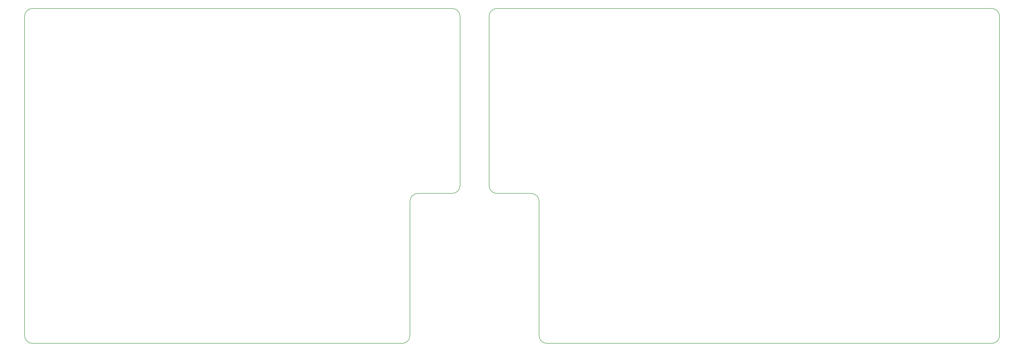
<source format=gbr>
%TF.GenerationSoftware,KiCad,Pcbnew,9.0.2*%
%TF.CreationDate,2025-05-23T00:15:25+09:00*%
%TF.ProjectId,jjongkbd,6a6a6f6e-676b-4626-942e-6b696361645f,0.1*%
%TF.SameCoordinates,Original*%
%TF.FileFunction,Profile,NP*%
%FSLAX46Y46*%
G04 Gerber Fmt 4.6, Leading zero omitted, Abs format (unit mm)*
G04 Created by KiCad (PCBNEW 9.0.2) date 2025-05-23 00:15:25*
%MOMM*%
%LPD*%
G01*
G04 APERTURE LIST*
%TA.AperFunction,Profile*%
%ADD10C,0.150000*%
%TD*%
G04 APERTURE END LIST*
D10*
X24700000Y-168000000D02*
X24700000Y-46700000D01*
X27700000Y-43700000D02*
X187000000Y-43700000D01*
X190000000Y-46700000D02*
X190000000Y-111000000D01*
X187000000Y-114000000D02*
X174000000Y-114000000D01*
X171000000Y-117000000D02*
X171000000Y-168000000D01*
X168000000Y-171000000D02*
X27700000Y-171000000D01*
X24700000Y-46700000D02*
G75*
G02*
X27700000Y-43700000I3000000J0D01*
G01*
X187000000Y-43700000D02*
G75*
G02*
X190000000Y-46700000I0J-3000000D01*
G01*
X190000000Y-111000000D02*
G75*
G02*
X187000000Y-114000000I-3000000J0D01*
G01*
X171000000Y-117000000D02*
G75*
G02*
X174000000Y-114000000I3000000J0D01*
G01*
X171000000Y-168000000D02*
G75*
G02*
X168000000Y-171000000I-3000000J0D01*
G01*
X27700000Y-171000000D02*
G75*
G02*
X24700000Y-168000000I0J3000000D01*
G01*
X204000000Y-43700000D02*
X391800000Y-43700000D01*
X394800000Y-46700000D02*
X394800000Y-168000000D01*
X391800000Y-171000000D02*
X223000000Y-171000000D01*
X220000000Y-168000000D02*
X220000000Y-117000000D01*
X217000000Y-114000000D02*
X204000000Y-114000000D01*
X201000000Y-111000000D02*
X201000000Y-46700000D01*
X391800000Y-43700000D02*
G75*
G02*
X394800000Y-46700000I0J-3000000D01*
G01*
X394800000Y-168000000D02*
G75*
G02*
X391800000Y-171000000I-3000000J0D01*
G01*
X223000000Y-171000000D02*
G75*
G02*
X220000000Y-168000000I0J3000000D01*
G01*
X217000000Y-114000000D02*
G75*
G02*
X220000000Y-117000000I0J-3000000D01*
G01*
X204000000Y-114000000D02*
G75*
G02*
X201000000Y-111000000I0J3000000D01*
G01*
X201000000Y-46700000D02*
G75*
G02*
X204000000Y-43700000I3000000J0D01*
G01*
M02*

</source>
